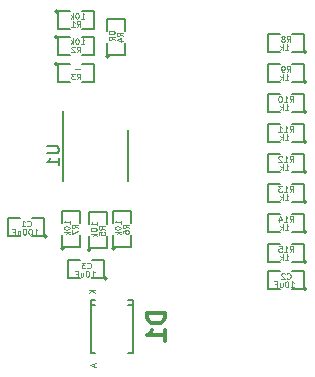
<source format=gbr>
G04 #@! TF.FileFunction,Legend,Bot*
%FSLAX46Y46*%
G04 Gerber Fmt 4.6, Leading zero omitted, Abs format (unit mm)*
G04 Created by KiCad (PCBNEW 0.201505051231+5642~23~ubuntu14.04.1-product) date St 6. květen 2015, 10:49:02 CEST*
%MOMM*%
G01*
G04 APERTURE LIST*
%ADD10C,0.300000*%
%ADD11C,0.150000*%
%ADD12C,0.109220*%
%ADD13C,0.304800*%
%ADD14C,0.099060*%
G04 APERTURE END LIST*
D10*
D11*
X12446000Y9779000D02*
G75*
G03X12446000Y9779000I-127000J0D01*
G01*
X11176000Y9779000D02*
X12192000Y9779000D01*
X12192000Y9779000D02*
X12192000Y11303000D01*
X12192000Y11303000D02*
X11176000Y11303000D01*
X10160000Y11303000D02*
X9144000Y11303000D01*
X9144000Y11303000D02*
X9144000Y9779000D01*
X9144000Y9779000D02*
X10160000Y9779000D01*
X14155000Y22393000D02*
X14155000Y17993000D01*
X8705000Y23968000D02*
X8705000Y17993000D01*
X29337000Y11176000D02*
G75*
G03X29337000Y11176000I-127000J0D01*
G01*
X28067000Y11176000D02*
X29083000Y11176000D01*
X29083000Y11176000D02*
X29083000Y12700000D01*
X29083000Y12700000D02*
X28067000Y12700000D01*
X27051000Y12700000D02*
X26035000Y12700000D01*
X26035000Y12700000D02*
X26035000Y11176000D01*
X26035000Y11176000D02*
X27051000Y11176000D01*
X29337000Y13716000D02*
G75*
G03X29337000Y13716000I-127000J0D01*
G01*
X28067000Y13716000D02*
X29083000Y13716000D01*
X29083000Y13716000D02*
X29083000Y15240000D01*
X29083000Y15240000D02*
X28067000Y15240000D01*
X27051000Y15240000D02*
X26035000Y15240000D01*
X26035000Y15240000D02*
X26035000Y13716000D01*
X26035000Y13716000D02*
X27051000Y13716000D01*
X29337000Y16256000D02*
G75*
G03X29337000Y16256000I-127000J0D01*
G01*
X28067000Y16256000D02*
X29083000Y16256000D01*
X29083000Y16256000D02*
X29083000Y17780000D01*
X29083000Y17780000D02*
X28067000Y17780000D01*
X27051000Y17780000D02*
X26035000Y17780000D01*
X26035000Y17780000D02*
X26035000Y16256000D01*
X26035000Y16256000D02*
X27051000Y16256000D01*
X29337000Y18796000D02*
G75*
G03X29337000Y18796000I-127000J0D01*
G01*
X28067000Y18796000D02*
X29083000Y18796000D01*
X29083000Y18796000D02*
X29083000Y20320000D01*
X29083000Y20320000D02*
X28067000Y20320000D01*
X27051000Y20320000D02*
X26035000Y20320000D01*
X26035000Y20320000D02*
X26035000Y18796000D01*
X26035000Y18796000D02*
X27051000Y18796000D01*
X29337000Y21336000D02*
G75*
G03X29337000Y21336000I-127000J0D01*
G01*
X28067000Y21336000D02*
X29083000Y21336000D01*
X29083000Y21336000D02*
X29083000Y22860000D01*
X29083000Y22860000D02*
X28067000Y22860000D01*
X27051000Y22860000D02*
X26035000Y22860000D01*
X26035000Y22860000D02*
X26035000Y21336000D01*
X26035000Y21336000D02*
X27051000Y21336000D01*
X29337000Y23876000D02*
G75*
G03X29337000Y23876000I-127000J0D01*
G01*
X28067000Y23876000D02*
X29083000Y23876000D01*
X29083000Y23876000D02*
X29083000Y25400000D01*
X29083000Y25400000D02*
X28067000Y25400000D01*
X27051000Y25400000D02*
X26035000Y25400000D01*
X26035000Y25400000D02*
X26035000Y23876000D01*
X26035000Y23876000D02*
X27051000Y23876000D01*
X29337000Y26416000D02*
G75*
G03X29337000Y26416000I-127000J0D01*
G01*
X28067000Y26416000D02*
X29083000Y26416000D01*
X29083000Y26416000D02*
X29083000Y27940000D01*
X29083000Y27940000D02*
X28067000Y27940000D01*
X27051000Y27940000D02*
X26035000Y27940000D01*
X26035000Y27940000D02*
X26035000Y26416000D01*
X26035000Y26416000D02*
X27051000Y26416000D01*
X29337000Y28956000D02*
G75*
G03X29337000Y28956000I-127000J0D01*
G01*
X28067000Y28956000D02*
X29083000Y28956000D01*
X29083000Y28956000D02*
X29083000Y30480000D01*
X29083000Y30480000D02*
X28067000Y30480000D01*
X27051000Y30480000D02*
X26035000Y30480000D01*
X26035000Y30480000D02*
X26035000Y28956000D01*
X26035000Y28956000D02*
X27051000Y28956000D01*
X8763000Y12319000D02*
G75*
G03X8763000Y12319000I-127000J0D01*
G01*
X8636000Y13462000D02*
X8636000Y12446000D01*
X8636000Y12446000D02*
X10160000Y12446000D01*
X10160000Y12446000D02*
X10160000Y13462000D01*
X10160000Y14478000D02*
X10160000Y15494000D01*
X10160000Y15494000D02*
X8636000Y15494000D01*
X8636000Y15494000D02*
X8636000Y14478000D01*
X13081000Y12319000D02*
G75*
G03X13081000Y12319000I-127000J0D01*
G01*
X12954000Y13462000D02*
X12954000Y12446000D01*
X12954000Y12446000D02*
X14478000Y12446000D01*
X14478000Y12446000D02*
X14478000Y13462000D01*
X14478000Y14478000D02*
X14478000Y15494000D01*
X14478000Y15494000D02*
X12954000Y15494000D01*
X12954000Y15494000D02*
X12954000Y14478000D01*
X11049000Y12192000D02*
G75*
G03X11049000Y12192000I-127000J0D01*
G01*
X10922000Y13335000D02*
X10922000Y12319000D01*
X10922000Y12319000D02*
X12446000Y12319000D01*
X12446000Y12319000D02*
X12446000Y13335000D01*
X12446000Y14351000D02*
X12446000Y15367000D01*
X12446000Y15367000D02*
X10922000Y15367000D01*
X10922000Y15367000D02*
X10922000Y14351000D01*
X12573000Y28575000D02*
G75*
G03X12573000Y28575000I-127000J0D01*
G01*
X12446000Y29718000D02*
X12446000Y28702000D01*
X12446000Y28702000D02*
X13970000Y28702000D01*
X13970000Y28702000D02*
X13970000Y29718000D01*
X13970000Y30734000D02*
X13970000Y31750000D01*
X13970000Y31750000D02*
X12446000Y31750000D01*
X12446000Y31750000D02*
X12446000Y30734000D01*
X8255000Y27940000D02*
G75*
G03X8255000Y27940000I-127000J0D01*
G01*
X9271000Y27940000D02*
X8255000Y27940000D01*
X8255000Y27940000D02*
X8255000Y26416000D01*
X8255000Y26416000D02*
X9271000Y26416000D01*
X10287000Y26416000D02*
X11303000Y26416000D01*
X11303000Y26416000D02*
X11303000Y27940000D01*
X11303000Y27940000D02*
X10287000Y27940000D01*
X8255000Y30226000D02*
G75*
G03X8255000Y30226000I-127000J0D01*
G01*
X9271000Y30226000D02*
X8255000Y30226000D01*
X8255000Y30226000D02*
X8255000Y28702000D01*
X8255000Y28702000D02*
X9271000Y28702000D01*
X10287000Y28702000D02*
X11303000Y28702000D01*
X11303000Y28702000D02*
X11303000Y30226000D01*
X11303000Y30226000D02*
X10287000Y30226000D01*
X8255000Y32385000D02*
G75*
G03X8255000Y32385000I-127000J0D01*
G01*
X9271000Y32385000D02*
X8255000Y32385000D01*
X8255000Y32385000D02*
X8255000Y30861000D01*
X8255000Y30861000D02*
X9271000Y30861000D01*
X10287000Y30861000D02*
X11303000Y30861000D01*
X11303000Y30861000D02*
X11303000Y32385000D01*
X11303000Y32385000D02*
X10287000Y32385000D01*
X11076940Y7515860D02*
X11427460Y7515860D01*
X14577060Y7515860D02*
X14226540Y7515860D01*
X11076940Y7965440D02*
X11427460Y7965440D01*
X11076940Y3464560D02*
X11427460Y3464560D01*
X14577060Y3464560D02*
X14226540Y3464560D01*
X14577060Y7965440D02*
X14226540Y7965440D01*
X11076940Y3464560D02*
X11076940Y7965440D01*
X14577060Y3464560D02*
X14577060Y7965440D01*
X29337000Y8890000D02*
G75*
G03X29337000Y8890000I-127000J0D01*
G01*
X28067000Y8890000D02*
X29083000Y8890000D01*
X29083000Y8890000D02*
X29083000Y10414000D01*
X29083000Y10414000D02*
X28067000Y10414000D01*
X27051000Y10414000D02*
X26035000Y10414000D01*
X26035000Y10414000D02*
X26035000Y8890000D01*
X26035000Y8890000D02*
X27051000Y8890000D01*
X7366000Y13335000D02*
G75*
G03X7366000Y13335000I-127000J0D01*
G01*
X6096000Y13335000D02*
X7112000Y13335000D01*
X7112000Y13335000D02*
X7112000Y14859000D01*
X7112000Y14859000D02*
X6096000Y14859000D01*
X5080000Y14859000D02*
X4064000Y14859000D01*
X4064000Y14859000D02*
X4064000Y13335000D01*
X4064000Y13335000D02*
X5080000Y13335000D01*
D12*
X10751396Y10679793D02*
X10775224Y10655965D01*
X10846707Y10632138D01*
X10894362Y10632138D01*
X10965845Y10655965D01*
X11013500Y10703620D01*
X11037328Y10751276D01*
X11061156Y10846586D01*
X11061156Y10918069D01*
X11037328Y11013380D01*
X11013500Y11061035D01*
X10965845Y11108690D01*
X10894362Y11132518D01*
X10846707Y11132518D01*
X10775224Y11108690D01*
X10751396Y11084862D01*
X10584603Y11132518D02*
X10274844Y11132518D01*
X10441637Y10941897D01*
X10370155Y10941897D01*
X10322499Y10918069D01*
X10298672Y10894241D01*
X10274844Y10846586D01*
X10274844Y10727448D01*
X10298672Y10679793D01*
X10322499Y10655965D01*
X10370155Y10632138D01*
X10513120Y10632138D01*
X10560776Y10655965D01*
X10584603Y10679793D01*
X11077121Y9933638D02*
X11363053Y9933638D01*
X11220087Y9933638D02*
X11220087Y10434018D01*
X11267742Y10362535D01*
X11315397Y10314880D01*
X11363053Y10291052D01*
X10767362Y10434018D02*
X10719707Y10434018D01*
X10672052Y10410190D01*
X10648224Y10386362D01*
X10624397Y10338707D01*
X10600569Y10243397D01*
X10600569Y10124259D01*
X10624397Y10028948D01*
X10648224Y9981293D01*
X10672052Y9957465D01*
X10719707Y9933638D01*
X10767362Y9933638D01*
X10815018Y9957465D01*
X10838845Y9981293D01*
X10862673Y10028948D01*
X10886501Y10124259D01*
X10886501Y10243397D01*
X10862673Y10338707D01*
X10838845Y10386362D01*
X10815018Y10410190D01*
X10767362Y10434018D01*
X10171672Y10267224D02*
X10171672Y9933638D01*
X10386121Y10267224D02*
X10386121Y10005120D01*
X10362293Y9957465D01*
X10314638Y9933638D01*
X10243155Y9933638D01*
X10195500Y9957465D01*
X10171672Y9981293D01*
X9766603Y10195741D02*
X9933396Y10195741D01*
X9933396Y9933638D02*
X9933396Y10434018D01*
X9695120Y10434018D01*
D11*
X7332381Y20954905D02*
X8141905Y20954905D01*
X8237143Y20907286D01*
X8284762Y20859667D01*
X8332381Y20764429D01*
X8332381Y20573952D01*
X8284762Y20478714D01*
X8237143Y20431095D01*
X8141905Y20383476D01*
X7332381Y20383476D01*
X8332381Y19383476D02*
X8332381Y19954905D01*
X8332381Y19669191D02*
X7332381Y19669191D01*
X7475238Y19764429D01*
X7570476Y19859667D01*
X7618095Y19954905D01*
D12*
X27880672Y12029138D02*
X28047466Y12267414D01*
X28166604Y12029138D02*
X28166604Y12529518D01*
X27975983Y12529518D01*
X27928328Y12505690D01*
X27904500Y12481862D01*
X27880672Y12434207D01*
X27880672Y12362724D01*
X27904500Y12315069D01*
X27928328Y12291241D01*
X27975983Y12267414D01*
X28166604Y12267414D01*
X27404120Y12029138D02*
X27690052Y12029138D01*
X27547086Y12029138D02*
X27547086Y12529518D01*
X27594741Y12458035D01*
X27642396Y12410380D01*
X27690052Y12386552D01*
X26951396Y12529518D02*
X27189672Y12529518D01*
X27213500Y12291241D01*
X27189672Y12315069D01*
X27142017Y12338897D01*
X27022879Y12338897D01*
X26975223Y12315069D01*
X26951396Y12291241D01*
X26927568Y12243586D01*
X26927568Y12124448D01*
X26951396Y12076793D01*
X26975223Y12052965D01*
X27022879Y12029138D01*
X27142017Y12029138D01*
X27189672Y12052965D01*
X27213500Y12076793D01*
X27491569Y11330638D02*
X27777501Y11330638D01*
X27634535Y11330638D02*
X27634535Y11831018D01*
X27682190Y11759535D01*
X27729845Y11711880D01*
X27777501Y11688052D01*
X27277121Y11330638D02*
X27277121Y11831018D01*
X27229466Y11521259D02*
X27086500Y11330638D01*
X27086500Y11664224D02*
X27277121Y11473603D01*
X27880672Y14569138D02*
X28047466Y14807414D01*
X28166604Y14569138D02*
X28166604Y15069518D01*
X27975983Y15069518D01*
X27928328Y15045690D01*
X27904500Y15021862D01*
X27880672Y14974207D01*
X27880672Y14902724D01*
X27904500Y14855069D01*
X27928328Y14831241D01*
X27975983Y14807414D01*
X28166604Y14807414D01*
X27404120Y14569138D02*
X27690052Y14569138D01*
X27547086Y14569138D02*
X27547086Y15069518D01*
X27594741Y14998035D01*
X27642396Y14950380D01*
X27690052Y14926552D01*
X26975223Y14902724D02*
X26975223Y14569138D01*
X27094361Y15093345D02*
X27213500Y14735931D01*
X26903740Y14735931D01*
X27491569Y13870638D02*
X27777501Y13870638D01*
X27634535Y13870638D02*
X27634535Y14371018D01*
X27682190Y14299535D01*
X27729845Y14251880D01*
X27777501Y14228052D01*
X27277121Y13870638D02*
X27277121Y14371018D01*
X27229466Y14061259D02*
X27086500Y13870638D01*
X27086500Y14204224D02*
X27277121Y14013603D01*
X27880672Y17109138D02*
X28047466Y17347414D01*
X28166604Y17109138D02*
X28166604Y17609518D01*
X27975983Y17609518D01*
X27928328Y17585690D01*
X27904500Y17561862D01*
X27880672Y17514207D01*
X27880672Y17442724D01*
X27904500Y17395069D01*
X27928328Y17371241D01*
X27975983Y17347414D01*
X28166604Y17347414D01*
X27404120Y17109138D02*
X27690052Y17109138D01*
X27547086Y17109138D02*
X27547086Y17609518D01*
X27594741Y17538035D01*
X27642396Y17490380D01*
X27690052Y17466552D01*
X27237327Y17609518D02*
X26927568Y17609518D01*
X27094361Y17418897D01*
X27022879Y17418897D01*
X26975223Y17395069D01*
X26951396Y17371241D01*
X26927568Y17323586D01*
X26927568Y17204448D01*
X26951396Y17156793D01*
X26975223Y17132965D01*
X27022879Y17109138D01*
X27165844Y17109138D01*
X27213500Y17132965D01*
X27237327Y17156793D01*
X27491569Y16410638D02*
X27777501Y16410638D01*
X27634535Y16410638D02*
X27634535Y16911018D01*
X27682190Y16839535D01*
X27729845Y16791880D01*
X27777501Y16768052D01*
X27277121Y16410638D02*
X27277121Y16911018D01*
X27229466Y16601259D02*
X27086500Y16410638D01*
X27086500Y16744224D02*
X27277121Y16553603D01*
X27880672Y19649138D02*
X28047466Y19887414D01*
X28166604Y19649138D02*
X28166604Y20149518D01*
X27975983Y20149518D01*
X27928328Y20125690D01*
X27904500Y20101862D01*
X27880672Y20054207D01*
X27880672Y19982724D01*
X27904500Y19935069D01*
X27928328Y19911241D01*
X27975983Y19887414D01*
X28166604Y19887414D01*
X27404120Y19649138D02*
X27690052Y19649138D01*
X27547086Y19649138D02*
X27547086Y20149518D01*
X27594741Y20078035D01*
X27642396Y20030380D01*
X27690052Y20006552D01*
X27213500Y20101862D02*
X27189672Y20125690D01*
X27142017Y20149518D01*
X27022879Y20149518D01*
X26975223Y20125690D01*
X26951396Y20101862D01*
X26927568Y20054207D01*
X26927568Y20006552D01*
X26951396Y19935069D01*
X27237327Y19649138D01*
X26927568Y19649138D01*
X27491569Y18950638D02*
X27777501Y18950638D01*
X27634535Y18950638D02*
X27634535Y19451018D01*
X27682190Y19379535D01*
X27729845Y19331880D01*
X27777501Y19308052D01*
X27277121Y18950638D02*
X27277121Y19451018D01*
X27229466Y19141259D02*
X27086500Y18950638D01*
X27086500Y19284224D02*
X27277121Y19093603D01*
X27880672Y22189138D02*
X28047466Y22427414D01*
X28166604Y22189138D02*
X28166604Y22689518D01*
X27975983Y22689518D01*
X27928328Y22665690D01*
X27904500Y22641862D01*
X27880672Y22594207D01*
X27880672Y22522724D01*
X27904500Y22475069D01*
X27928328Y22451241D01*
X27975983Y22427414D01*
X28166604Y22427414D01*
X27404120Y22189138D02*
X27690052Y22189138D01*
X27547086Y22189138D02*
X27547086Y22689518D01*
X27594741Y22618035D01*
X27642396Y22570380D01*
X27690052Y22546552D01*
X26927568Y22189138D02*
X27213500Y22189138D01*
X27070534Y22189138D02*
X27070534Y22689518D01*
X27118189Y22618035D01*
X27165844Y22570380D01*
X27213500Y22546552D01*
X27491569Y21490638D02*
X27777501Y21490638D01*
X27634535Y21490638D02*
X27634535Y21991018D01*
X27682190Y21919535D01*
X27729845Y21871880D01*
X27777501Y21848052D01*
X27277121Y21490638D02*
X27277121Y21991018D01*
X27229466Y21681259D02*
X27086500Y21490638D01*
X27086500Y21824224D02*
X27277121Y21633603D01*
X27880672Y24729138D02*
X28047466Y24967414D01*
X28166604Y24729138D02*
X28166604Y25229518D01*
X27975983Y25229518D01*
X27928328Y25205690D01*
X27904500Y25181862D01*
X27880672Y25134207D01*
X27880672Y25062724D01*
X27904500Y25015069D01*
X27928328Y24991241D01*
X27975983Y24967414D01*
X28166604Y24967414D01*
X27404120Y24729138D02*
X27690052Y24729138D01*
X27547086Y24729138D02*
X27547086Y25229518D01*
X27594741Y25158035D01*
X27642396Y25110380D01*
X27690052Y25086552D01*
X27094361Y25229518D02*
X27046706Y25229518D01*
X26999051Y25205690D01*
X26975223Y25181862D01*
X26951396Y25134207D01*
X26927568Y25038897D01*
X26927568Y24919759D01*
X26951396Y24824448D01*
X26975223Y24776793D01*
X26999051Y24752965D01*
X27046706Y24729138D01*
X27094361Y24729138D01*
X27142017Y24752965D01*
X27165844Y24776793D01*
X27189672Y24824448D01*
X27213500Y24919759D01*
X27213500Y25038897D01*
X27189672Y25134207D01*
X27165844Y25181862D01*
X27142017Y25205690D01*
X27094361Y25229518D01*
X27491569Y24030638D02*
X27777501Y24030638D01*
X27634535Y24030638D02*
X27634535Y24531018D01*
X27682190Y24459535D01*
X27729845Y24411880D01*
X27777501Y24388052D01*
X27277121Y24030638D02*
X27277121Y24531018D01*
X27229466Y24221259D02*
X27086500Y24030638D01*
X27086500Y24364224D02*
X27277121Y24173603D01*
X27642396Y27269138D02*
X27809190Y27507414D01*
X27928328Y27269138D02*
X27928328Y27769518D01*
X27737707Y27769518D01*
X27690052Y27745690D01*
X27666224Y27721862D01*
X27642396Y27674207D01*
X27642396Y27602724D01*
X27666224Y27555069D01*
X27690052Y27531241D01*
X27737707Y27507414D01*
X27928328Y27507414D01*
X27404120Y27269138D02*
X27308810Y27269138D01*
X27261155Y27292965D01*
X27237327Y27316793D01*
X27189672Y27388276D01*
X27165844Y27483586D01*
X27165844Y27674207D01*
X27189672Y27721862D01*
X27213499Y27745690D01*
X27261155Y27769518D01*
X27356465Y27769518D01*
X27404120Y27745690D01*
X27427948Y27721862D01*
X27451776Y27674207D01*
X27451776Y27555069D01*
X27427948Y27507414D01*
X27404120Y27483586D01*
X27356465Y27459759D01*
X27261155Y27459759D01*
X27213499Y27483586D01*
X27189672Y27507414D01*
X27165844Y27555069D01*
X27491569Y26570638D02*
X27777501Y26570638D01*
X27634535Y26570638D02*
X27634535Y27071018D01*
X27682190Y26999535D01*
X27729845Y26951880D01*
X27777501Y26928052D01*
X27277121Y26570638D02*
X27277121Y27071018D01*
X27229466Y26761259D02*
X27086500Y26570638D01*
X27086500Y26904224D02*
X27277121Y26713603D01*
X27642396Y29809138D02*
X27809190Y30047414D01*
X27928328Y29809138D02*
X27928328Y30309518D01*
X27737707Y30309518D01*
X27690052Y30285690D01*
X27666224Y30261862D01*
X27642396Y30214207D01*
X27642396Y30142724D01*
X27666224Y30095069D01*
X27690052Y30071241D01*
X27737707Y30047414D01*
X27928328Y30047414D01*
X27356465Y30095069D02*
X27404120Y30118897D01*
X27427948Y30142724D01*
X27451776Y30190380D01*
X27451776Y30214207D01*
X27427948Y30261862D01*
X27404120Y30285690D01*
X27356465Y30309518D01*
X27261155Y30309518D01*
X27213499Y30285690D01*
X27189672Y30261862D01*
X27165844Y30214207D01*
X27165844Y30190380D01*
X27189672Y30142724D01*
X27213499Y30118897D01*
X27261155Y30095069D01*
X27356465Y30095069D01*
X27404120Y30071241D01*
X27427948Y30047414D01*
X27451776Y29999759D01*
X27451776Y29904448D01*
X27427948Y29856793D01*
X27404120Y29832965D01*
X27356465Y29809138D01*
X27261155Y29809138D01*
X27213499Y29832965D01*
X27189672Y29856793D01*
X27165844Y29904448D01*
X27165844Y29999759D01*
X27189672Y30047414D01*
X27213499Y30071241D01*
X27261155Y30095069D01*
X27491569Y29110638D02*
X27777501Y29110638D01*
X27634535Y29110638D02*
X27634535Y29611018D01*
X27682190Y29539535D01*
X27729845Y29491880D01*
X27777501Y29468052D01*
X27277121Y29110638D02*
X27277121Y29611018D01*
X27229466Y29301259D02*
X27086500Y29110638D01*
X27086500Y29444224D02*
X27277121Y29253603D01*
X9941862Y14053396D02*
X9703586Y14220190D01*
X9941862Y14339328D02*
X9441482Y14339328D01*
X9441482Y14148707D01*
X9465310Y14101052D01*
X9489138Y14077224D01*
X9536793Y14053396D01*
X9608276Y14053396D01*
X9655931Y14077224D01*
X9679759Y14101052D01*
X9703586Y14148707D01*
X9703586Y14339328D01*
X9441482Y13886603D02*
X9441482Y13553016D01*
X9941862Y13767465D01*
X9243362Y14394845D02*
X9243362Y14680777D01*
X9243362Y14537811D02*
X8742982Y14537811D01*
X8814465Y14585466D01*
X8862120Y14633121D01*
X8885948Y14680777D01*
X8742982Y14085086D02*
X8742982Y14037431D01*
X8766810Y13989776D01*
X8790638Y13965948D01*
X8838293Y13942121D01*
X8933603Y13918293D01*
X9052741Y13918293D01*
X9148052Y13942121D01*
X9195707Y13965948D01*
X9219535Y13989776D01*
X9243362Y14037431D01*
X9243362Y14085086D01*
X9219535Y14132742D01*
X9195707Y14156569D01*
X9148052Y14180397D01*
X9052741Y14204225D01*
X8933603Y14204225D01*
X8838293Y14180397D01*
X8790638Y14156569D01*
X8766810Y14132742D01*
X8742982Y14085086D01*
X9243362Y13703845D02*
X8742982Y13703845D01*
X9052741Y13656190D02*
X9243362Y13513224D01*
X8909776Y13513224D02*
X9100397Y13703845D01*
X14259862Y14053396D02*
X14021586Y14220190D01*
X14259862Y14339328D02*
X13759482Y14339328D01*
X13759482Y14148707D01*
X13783310Y14101052D01*
X13807138Y14077224D01*
X13854793Y14053396D01*
X13926276Y14053396D01*
X13973931Y14077224D01*
X13997759Y14101052D01*
X14021586Y14148707D01*
X14021586Y14339328D01*
X13759482Y13624499D02*
X13759482Y13719810D01*
X13783310Y13767465D01*
X13807138Y13791293D01*
X13878620Y13838948D01*
X13973931Y13862776D01*
X14164552Y13862776D01*
X14212207Y13838948D01*
X14236035Y13815120D01*
X14259862Y13767465D01*
X14259862Y13672155D01*
X14236035Y13624499D01*
X14212207Y13600672D01*
X14164552Y13576844D01*
X14045414Y13576844D01*
X13997759Y13600672D01*
X13973931Y13624499D01*
X13950103Y13672155D01*
X13950103Y13767465D01*
X13973931Y13815120D01*
X13997759Y13838948D01*
X14045414Y13862776D01*
X13561362Y14394845D02*
X13561362Y14680777D01*
X13561362Y14537811D02*
X13060982Y14537811D01*
X13132465Y14585466D01*
X13180120Y14633121D01*
X13203948Y14680777D01*
X13060982Y14085086D02*
X13060982Y14037431D01*
X13084810Y13989776D01*
X13108638Y13965948D01*
X13156293Y13942121D01*
X13251603Y13918293D01*
X13370741Y13918293D01*
X13466052Y13942121D01*
X13513707Y13965948D01*
X13537535Y13989776D01*
X13561362Y14037431D01*
X13561362Y14085086D01*
X13537535Y14132742D01*
X13513707Y14156569D01*
X13466052Y14180397D01*
X13370741Y14204225D01*
X13251603Y14204225D01*
X13156293Y14180397D01*
X13108638Y14156569D01*
X13084810Y14132742D01*
X13060982Y14085086D01*
X13561362Y13703845D02*
X13060982Y13703845D01*
X13370741Y13656190D02*
X13561362Y13513224D01*
X13227776Y13513224D02*
X13418397Y13703845D01*
X12227862Y13926396D02*
X11989586Y14093190D01*
X12227862Y14212328D02*
X11727482Y14212328D01*
X11727482Y14021707D01*
X11751310Y13974052D01*
X11775138Y13950224D01*
X11822793Y13926396D01*
X11894276Y13926396D01*
X11941931Y13950224D01*
X11965759Y13974052D01*
X11989586Y14021707D01*
X11989586Y14212328D01*
X11727482Y13473672D02*
X11727482Y13711948D01*
X11965759Y13735776D01*
X11941931Y13711948D01*
X11918103Y13664293D01*
X11918103Y13545155D01*
X11941931Y13497499D01*
X11965759Y13473672D01*
X12013414Y13449844D01*
X12132552Y13449844D01*
X12180207Y13473672D01*
X12204035Y13497499D01*
X12227862Y13545155D01*
X12227862Y13664293D01*
X12204035Y13711948D01*
X12180207Y13735776D01*
X11529362Y14267845D02*
X11529362Y14553777D01*
X11529362Y14410811D02*
X11028982Y14410811D01*
X11100465Y14458466D01*
X11148120Y14506121D01*
X11171948Y14553777D01*
X11028982Y13958086D02*
X11028982Y13910431D01*
X11052810Y13862776D01*
X11076638Y13838948D01*
X11124293Y13815121D01*
X11219603Y13791293D01*
X11338741Y13791293D01*
X11434052Y13815121D01*
X11481707Y13838948D01*
X11505535Y13862776D01*
X11529362Y13910431D01*
X11529362Y13958086D01*
X11505535Y14005742D01*
X11481707Y14029569D01*
X11434052Y14053397D01*
X11338741Y14077225D01*
X11219603Y14077225D01*
X11124293Y14053397D01*
X11076638Y14029569D01*
X11052810Y14005742D01*
X11028982Y13958086D01*
X11529362Y13576845D02*
X11028982Y13576845D01*
X11338741Y13529190D02*
X11529362Y13386224D01*
X11195776Y13386224D02*
X11386397Y13576845D01*
X13751862Y30309396D02*
X13513586Y30476190D01*
X13751862Y30595328D02*
X13251482Y30595328D01*
X13251482Y30404707D01*
X13275310Y30357052D01*
X13299138Y30333224D01*
X13346793Y30309396D01*
X13418276Y30309396D01*
X13465931Y30333224D01*
X13489759Y30357052D01*
X13513586Y30404707D01*
X13513586Y30595328D01*
X13418276Y29880499D02*
X13751862Y29880499D01*
X13227655Y29999637D02*
X13585069Y30118776D01*
X13585069Y29809016D01*
X12552982Y30627017D02*
X12552982Y30579362D01*
X12576810Y30531707D01*
X12600638Y30507879D01*
X12648293Y30484052D01*
X12743603Y30460224D01*
X12862741Y30460224D01*
X12958052Y30484052D01*
X13005707Y30507879D01*
X13029535Y30531707D01*
X13053362Y30579362D01*
X13053362Y30627017D01*
X13029535Y30674673D01*
X13005707Y30698500D01*
X12958052Y30722328D01*
X12862741Y30746156D01*
X12743603Y30746156D01*
X12648293Y30722328D01*
X12600638Y30698500D01*
X12576810Y30674673D01*
X12552982Y30627017D01*
X13053362Y29959844D02*
X12815086Y30126638D01*
X13053362Y30245776D02*
X12552982Y30245776D01*
X12552982Y30055155D01*
X12576810Y30007500D01*
X12600638Y29983672D01*
X12648293Y29959844D01*
X12719776Y29959844D01*
X12767431Y29983672D01*
X12791259Y30007500D01*
X12815086Y30055155D01*
X12815086Y30245776D01*
X9862396Y26634138D02*
X10029190Y26872414D01*
X10148328Y26634138D02*
X10148328Y27134518D01*
X9957707Y27134518D01*
X9910052Y27110690D01*
X9886224Y27086862D01*
X9862396Y27039207D01*
X9862396Y26967724D01*
X9886224Y26920069D01*
X9910052Y26896241D01*
X9957707Y26872414D01*
X10148328Y26872414D01*
X9695603Y27134518D02*
X9385844Y27134518D01*
X9552637Y26943897D01*
X9481155Y26943897D01*
X9433499Y26920069D01*
X9409672Y26896241D01*
X9385844Y26848586D01*
X9385844Y26729448D01*
X9409672Y26681793D01*
X9433499Y26657965D01*
X9481155Y26634138D01*
X9624120Y26634138D01*
X9671776Y26657965D01*
X9695603Y26681793D01*
X10096621Y27523259D02*
X9715379Y27523259D01*
X9862396Y28920138D02*
X10029190Y29158414D01*
X10148328Y28920138D02*
X10148328Y29420518D01*
X9957707Y29420518D01*
X9910052Y29396690D01*
X9886224Y29372862D01*
X9862396Y29325207D01*
X9862396Y29253724D01*
X9886224Y29206069D01*
X9910052Y29182241D01*
X9957707Y29158414D01*
X10148328Y29158414D01*
X9671776Y29372862D02*
X9647948Y29396690D01*
X9600293Y29420518D01*
X9481155Y29420518D01*
X9433499Y29396690D01*
X9409672Y29372862D01*
X9385844Y29325207D01*
X9385844Y29277552D01*
X9409672Y29206069D01*
X9695603Y28920138D01*
X9385844Y28920138D01*
X10203845Y29618638D02*
X10489777Y29618638D01*
X10346811Y29618638D02*
X10346811Y30119018D01*
X10394466Y30047535D01*
X10442121Y29999880D01*
X10489777Y29976052D01*
X9894086Y30119018D02*
X9846431Y30119018D01*
X9798776Y30095190D01*
X9774948Y30071362D01*
X9751121Y30023707D01*
X9727293Y29928397D01*
X9727293Y29809259D01*
X9751121Y29713948D01*
X9774948Y29666293D01*
X9798776Y29642465D01*
X9846431Y29618638D01*
X9894086Y29618638D01*
X9941742Y29642465D01*
X9965569Y29666293D01*
X9989397Y29713948D01*
X10013225Y29809259D01*
X10013225Y29928397D01*
X9989397Y30023707D01*
X9965569Y30071362D01*
X9941742Y30095190D01*
X9894086Y30119018D01*
X9512845Y29618638D02*
X9512845Y30119018D01*
X9465190Y29809259D02*
X9322224Y29618638D01*
X9322224Y29952224D02*
X9512845Y29761603D01*
X9862396Y31079138D02*
X10029190Y31317414D01*
X10148328Y31079138D02*
X10148328Y31579518D01*
X9957707Y31579518D01*
X9910052Y31555690D01*
X9886224Y31531862D01*
X9862396Y31484207D01*
X9862396Y31412724D01*
X9886224Y31365069D01*
X9910052Y31341241D01*
X9957707Y31317414D01*
X10148328Y31317414D01*
X9385844Y31079138D02*
X9671776Y31079138D01*
X9528810Y31079138D02*
X9528810Y31579518D01*
X9576465Y31508035D01*
X9624120Y31460380D01*
X9671776Y31436552D01*
X10203845Y31777638D02*
X10489777Y31777638D01*
X10346811Y31777638D02*
X10346811Y32278018D01*
X10394466Y32206535D01*
X10442121Y32158880D01*
X10489777Y32135052D01*
X9894086Y32278018D02*
X9846431Y32278018D01*
X9798776Y32254190D01*
X9774948Y32230362D01*
X9751121Y32182707D01*
X9727293Y32087397D01*
X9727293Y31968259D01*
X9751121Y31872948D01*
X9774948Y31825293D01*
X9798776Y31801465D01*
X9846431Y31777638D01*
X9894086Y31777638D01*
X9941742Y31801465D01*
X9965569Y31825293D01*
X9989397Y31872948D01*
X10013225Y31968259D01*
X10013225Y32087397D01*
X9989397Y32182707D01*
X9965569Y32230362D01*
X9941742Y32254190D01*
X9894086Y32278018D01*
X9512845Y31777638D02*
X9512845Y32278018D01*
X9465190Y31968259D02*
X9322224Y31777638D01*
X9322224Y32111224D02*
X9512845Y31920603D01*
D13*
X17326429Y6839857D02*
X15802429Y6839857D01*
X15802429Y6477000D01*
X15875000Y6259285D01*
X16020143Y6114143D01*
X16165286Y6041571D01*
X16455571Y5969000D01*
X16673286Y5969000D01*
X16963571Y6041571D01*
X17108714Y6114143D01*
X17253857Y6259285D01*
X17326429Y6477000D01*
X17326429Y6839857D01*
X17326429Y4517571D02*
X17326429Y5388428D01*
X17326429Y4953000D02*
X15802429Y4953000D01*
X16020143Y5098143D01*
X16165286Y5243285D01*
X16237857Y5388428D01*
D14*
X11310197Y2534678D02*
X11310197Y2296401D01*
X11453162Y2582333D02*
X10952782Y2415539D01*
X11453162Y2248746D01*
X11354102Y8845792D02*
X10853722Y8845792D01*
X11354102Y8559860D02*
X11068171Y8774309D01*
X10853722Y8559860D02*
X11139654Y8845792D01*
D12*
X27642396Y9790793D02*
X27666224Y9766965D01*
X27737707Y9743138D01*
X27785362Y9743138D01*
X27856845Y9766965D01*
X27904500Y9814620D01*
X27928328Y9862276D01*
X27952156Y9957586D01*
X27952156Y10029069D01*
X27928328Y10124380D01*
X27904500Y10172035D01*
X27856845Y10219690D01*
X27785362Y10243518D01*
X27737707Y10243518D01*
X27666224Y10219690D01*
X27642396Y10195862D01*
X27451776Y10195862D02*
X27427948Y10219690D01*
X27380293Y10243518D01*
X27261155Y10243518D01*
X27213499Y10219690D01*
X27189672Y10195862D01*
X27165844Y10148207D01*
X27165844Y10100552D01*
X27189672Y10029069D01*
X27475603Y9743138D01*
X27165844Y9743138D01*
X27968121Y9044638D02*
X28254053Y9044638D01*
X28111087Y9044638D02*
X28111087Y9545018D01*
X28158742Y9473535D01*
X28206397Y9425880D01*
X28254053Y9402052D01*
X27658362Y9545018D02*
X27610707Y9545018D01*
X27563052Y9521190D01*
X27539224Y9497362D01*
X27515397Y9449707D01*
X27491569Y9354397D01*
X27491569Y9235259D01*
X27515397Y9139948D01*
X27539224Y9092293D01*
X27563052Y9068465D01*
X27610707Y9044638D01*
X27658362Y9044638D01*
X27706018Y9068465D01*
X27729845Y9092293D01*
X27753673Y9139948D01*
X27777501Y9235259D01*
X27777501Y9354397D01*
X27753673Y9449707D01*
X27729845Y9497362D01*
X27706018Y9521190D01*
X27658362Y9545018D01*
X27062672Y9378224D02*
X27062672Y9044638D01*
X27277121Y9378224D02*
X27277121Y9116120D01*
X27253293Y9068465D01*
X27205638Y9044638D01*
X27134155Y9044638D01*
X27086500Y9068465D01*
X27062672Y9092293D01*
X26657603Y9306741D02*
X26824396Y9306741D01*
X26824396Y9044638D02*
X26824396Y9545018D01*
X26586120Y9545018D01*
X5671396Y14235793D02*
X5695224Y14211965D01*
X5766707Y14188138D01*
X5814362Y14188138D01*
X5885845Y14211965D01*
X5933500Y14259620D01*
X5957328Y14307276D01*
X5981156Y14402586D01*
X5981156Y14474069D01*
X5957328Y14569380D01*
X5933500Y14617035D01*
X5885845Y14664690D01*
X5814362Y14688518D01*
X5766707Y14688518D01*
X5695224Y14664690D01*
X5671396Y14640862D01*
X5194844Y14188138D02*
X5480776Y14188138D01*
X5337810Y14188138D02*
X5337810Y14688518D01*
X5385465Y14617035D01*
X5433120Y14569380D01*
X5480776Y14545552D01*
X6235397Y13489638D02*
X6521329Y13489638D01*
X6378363Y13489638D02*
X6378363Y13990018D01*
X6426018Y13918535D01*
X6473673Y13870880D01*
X6521329Y13847052D01*
X5925638Y13990018D02*
X5877983Y13990018D01*
X5830328Y13966190D01*
X5806500Y13942362D01*
X5782673Y13894707D01*
X5758845Y13799397D01*
X5758845Y13680259D01*
X5782673Y13584948D01*
X5806500Y13537293D01*
X5830328Y13513465D01*
X5877983Y13489638D01*
X5925638Y13489638D01*
X5973294Y13513465D01*
X5997121Y13537293D01*
X6020949Y13584948D01*
X6044777Y13680259D01*
X6044777Y13799397D01*
X6020949Y13894707D01*
X5997121Y13942362D01*
X5973294Y13966190D01*
X5925638Y13990018D01*
X5449086Y13990018D02*
X5401431Y13990018D01*
X5353776Y13966190D01*
X5329948Y13942362D01*
X5306121Y13894707D01*
X5282293Y13799397D01*
X5282293Y13680259D01*
X5306121Y13584948D01*
X5329948Y13537293D01*
X5353776Y13513465D01*
X5401431Y13489638D01*
X5449086Y13489638D01*
X5496742Y13513465D01*
X5520569Y13537293D01*
X5544397Y13584948D01*
X5568225Y13680259D01*
X5568225Y13799397D01*
X5544397Y13894707D01*
X5520569Y13942362D01*
X5496742Y13966190D01*
X5449086Y13990018D01*
X5067845Y13823224D02*
X5067845Y13489638D01*
X5067845Y13775569D02*
X5044017Y13799397D01*
X4996362Y13823224D01*
X4924879Y13823224D01*
X4877224Y13799397D01*
X4853396Y13751741D01*
X4853396Y13489638D01*
X4448327Y13751741D02*
X4615120Y13751741D01*
X4615120Y13489638D02*
X4615120Y13990018D01*
X4376844Y13990018D01*
M02*

</source>
